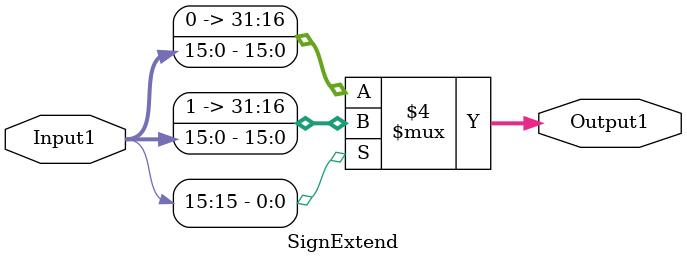
<source format=v>
`timescale 1ns/1ns
module SignExtend(Input1, Output1);
   
   input [15:0] Input1;
   
   output reg [31:0] Output1;
   
   always @(*)
   begin

       if(Input1[15] == 1'b1)
       begin
           Output1 = {16'b1111111111111111, Input1};
       end
       else
       begin
          Output1  = Input1; 
       end
         
   end
   
endmodule


</source>
